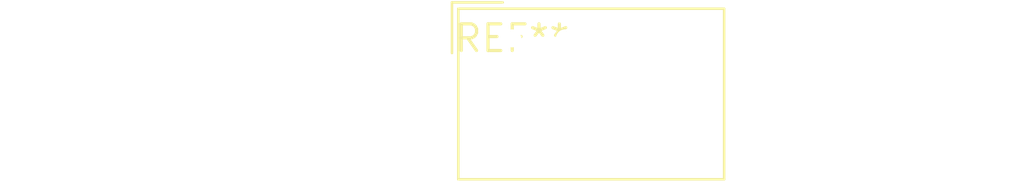
<source format=kicad_pcb>
(kicad_pcb (version 20240108) (generator pcbnew)
  (layers (0 "F.Cu" signal) (31 "B.Cu" signal) (34 "B.Paste" user) (35 "F.Paste" user) (36 "B.SilkS" user "B.Silkscreen") (37 "F.SilkS" user "F.Silkscreen") (38 "B.Mask" user) (39 "F.Mask" user) (44 "Edge.Cuts" user))
  (net 0 "")
  (footprint "Molex_SPOX_5268-04A_1x04_P2.50mm_Horizontal" (layer "F.Cu") (at 0 0)
    (property "Reference" "REF**")
    (property "Value" "Molex_SPOX_5268-04A_1x04_P2.50mm_Horizontal")
    (fp_line (start -2.86 -1.71) (end -0.45 -1.71) (layer "F.SilkS") (stroke (width 0.12)))
    (fp_line (start -2.86 0.7) (end -2.86 -1.71) (layer "F.SilkS") (stroke (width 0.12)))
    (fp_line (start -2.56 -1.41) (end -2.56 6.71) (layer "F.SilkS") (stroke (width 0.12)))
    (fp_line (start -2.56 6.71) (end 10.06 6.71) (layer "F.SilkS") (stroke (width 0.12)))
    (fp_line (start 10.06 -1.41) (end -2.56 -1.41) (layer "F.SilkS") (stroke (width 0.12)))
    (fp_line (start 10.06 6.71) (end 10.06 -1.41) (layer "F.SilkS") (stroke (width 0.12)))
    (pad "1" thru_hole roundrect (at 0 0) (size 1.7 1.85) (drill 0.85) (layers *.Cu *.Mask) (remove_unused_layers) (roundrect_rratio 0.147059))
    (pad "2" thru_hole oval (at 2.5 0) (size 1.7 1.85) (drill 0.85) (layers *.Cu *.Mask) (remove_unused_layers))
    (pad "3" thru_hole oval (at 5 0) (size 1.7 1.85) (drill 0.85) (layers *.Cu *.Mask) (remove_unused_layers))
    (pad "4" thru_hole oval (at 7.5 0) (size 1.7 1.85) (drill 0.85) (layers *.Cu *.Mask) (remove_unused_layers))
  )
)
</source>
